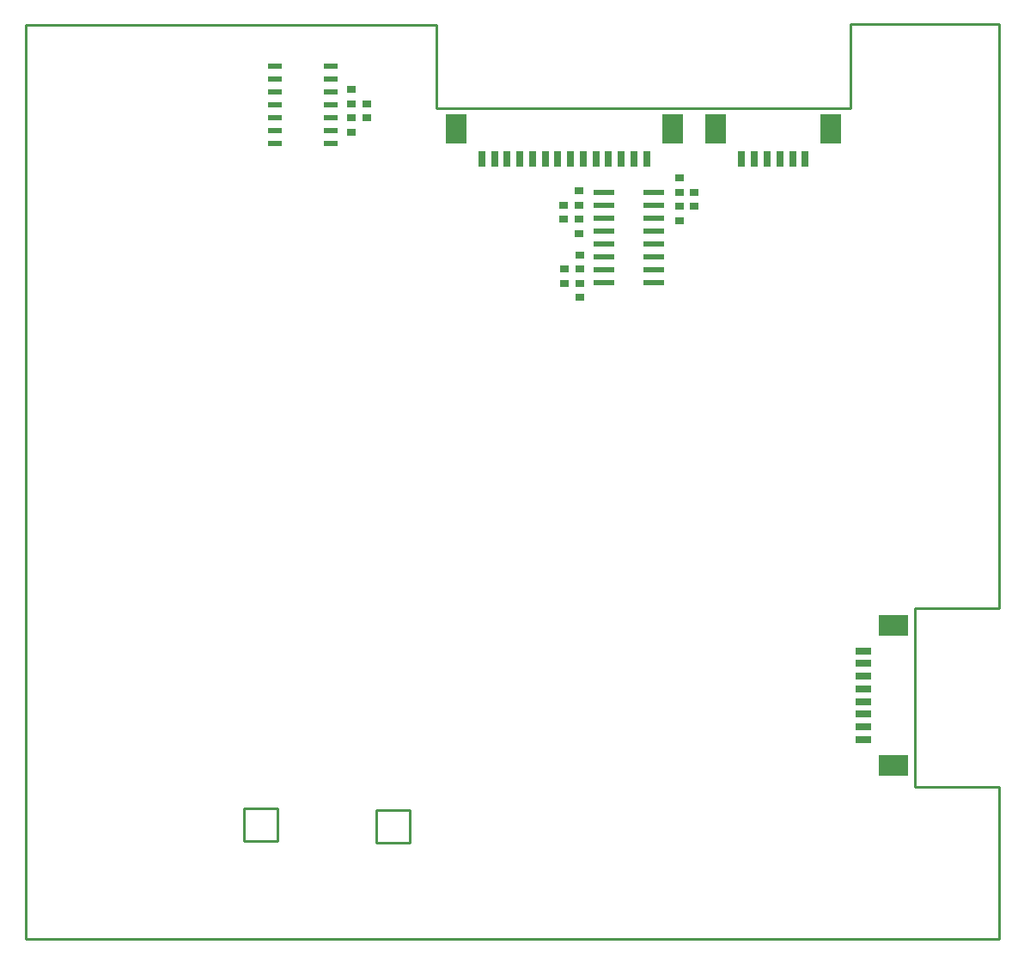
<source format=gbp>
G04*
G04 #@! TF.GenerationSoftware,Altium Limited,Altium Designer,21.8.1 (53)*
G04*
G04 Layer_Color=128*
%FSLAX44Y44*%
%MOMM*%
G71*
G04*
G04 #@! TF.SameCoordinates,50A5A8F4-FCC5-4A63-BB33-6A8E803C0949*
G04*
G04*
G04 #@! TF.FilePolarity,Positive*
G04*
G01*
G75*
%ADD15C,0.2540*%
%ADD19R,3.0000X2.1000*%
%ADD20R,1.6000X0.8000*%
%ADD25R,0.9000X0.8000*%
%ADD82R,2.1000X3.0000*%
%ADD83R,0.8000X1.6000*%
%ADD84R,1.4605X0.5334*%
G04:AMPARAMS|DCode=85|XSize=1.98mm|YSize=0.53mm|CornerRadius=0.0663mm|HoleSize=0mm|Usage=FLASHONLY|Rotation=0.000|XOffset=0mm|YOffset=0mm|HoleType=Round|Shape=RoundedRectangle|*
%AMROUNDEDRECTD85*
21,1,1.9800,0.3975,0,0,0.0*
21,1,1.8475,0.5300,0,0,0.0*
1,1,0.1325,0.9237,-0.1988*
1,1,0.1325,-0.9237,-0.1988*
1,1,0.1325,-0.9237,0.1988*
1,1,0.1325,0.9237,0.1988*
%
%ADD85ROUNDEDRECTD85*%
D15*
X215300Y96520D02*
X248100D01*
X215300Y128820D02*
X248100D01*
X215300Y96520D02*
Y128820D01*
X248100Y96520D02*
Y128820D01*
X345550Y94340D02*
X378350D01*
X345550Y126640D02*
X378350D01*
X345550Y94340D02*
Y126640D01*
X378350Y94340D02*
Y126640D01*
X876155Y325428D02*
X958655D01*
X876155Y150000D02*
Y325428D01*
X959000D02*
X959000Y901700D01*
X876155Y150000D02*
X959000D01*
Y0D02*
Y150000D01*
X0Y901000D02*
X405000D01*
X812500Y901700D02*
X959000Y901700D01*
X405000Y818750D02*
X812500D01*
Y901250D01*
X405000Y818750D02*
Y901000D01*
X0Y0D02*
Y901000D01*
Y0D02*
X959000D01*
D19*
X855000Y170750D02*
D03*
Y309250D02*
D03*
D20*
X826000Y283750D02*
D03*
Y271250D02*
D03*
Y258750D02*
D03*
Y246250D02*
D03*
Y233750D02*
D03*
Y221250D02*
D03*
Y208750D02*
D03*
Y196250D02*
D03*
D25*
X321000Y837000D02*
D03*
Y823000D02*
D03*
Y809000D02*
D03*
Y795000D02*
D03*
X336000Y823000D02*
D03*
Y809000D02*
D03*
X659000Y736000D02*
D03*
Y722000D02*
D03*
X644000Y750000D02*
D03*
Y736000D02*
D03*
Y722000D02*
D03*
Y708000D02*
D03*
X531000Y646000D02*
D03*
Y660000D02*
D03*
X546000Y632000D02*
D03*
Y646000D02*
D03*
Y660000D02*
D03*
Y674000D02*
D03*
X545000Y709000D02*
D03*
Y695000D02*
D03*
X530000Y723000D02*
D03*
Y709000D02*
D03*
X545000Y737000D02*
D03*
Y723000D02*
D03*
D82*
X424000Y798000D02*
D03*
X637500D02*
D03*
X680250Y798000D02*
D03*
X793750D02*
D03*
D83*
X612000Y769000D02*
D03*
X599500D02*
D03*
X587000D02*
D03*
X574500D02*
D03*
X562000D02*
D03*
X549500D02*
D03*
X537000D02*
D03*
X524500D02*
D03*
X512000D02*
D03*
X499500D02*
D03*
X487000D02*
D03*
X474500D02*
D03*
X462000D02*
D03*
X449500D02*
D03*
X730750Y769000D02*
D03*
X768250D02*
D03*
X755750D02*
D03*
X743250D02*
D03*
X718250D02*
D03*
X705750D02*
D03*
D84*
X245758Y783900D02*
D03*
Y796600D02*
D03*
Y809300D02*
D03*
Y822000D02*
D03*
Y834700D02*
D03*
Y847400D02*
D03*
Y860100D02*
D03*
X300242D02*
D03*
Y847400D02*
D03*
Y834700D02*
D03*
Y822000D02*
D03*
Y809300D02*
D03*
Y796600D02*
D03*
Y783900D02*
D03*
D85*
X569600Y646300D02*
D03*
Y659000D02*
D03*
Y671700D02*
D03*
Y684400D02*
D03*
Y697100D02*
D03*
Y709800D02*
D03*
Y722500D02*
D03*
Y735200D02*
D03*
X618900D02*
D03*
Y722500D02*
D03*
Y709800D02*
D03*
Y697100D02*
D03*
Y684400D02*
D03*
Y671700D02*
D03*
Y659000D02*
D03*
Y646300D02*
D03*
M02*

</source>
